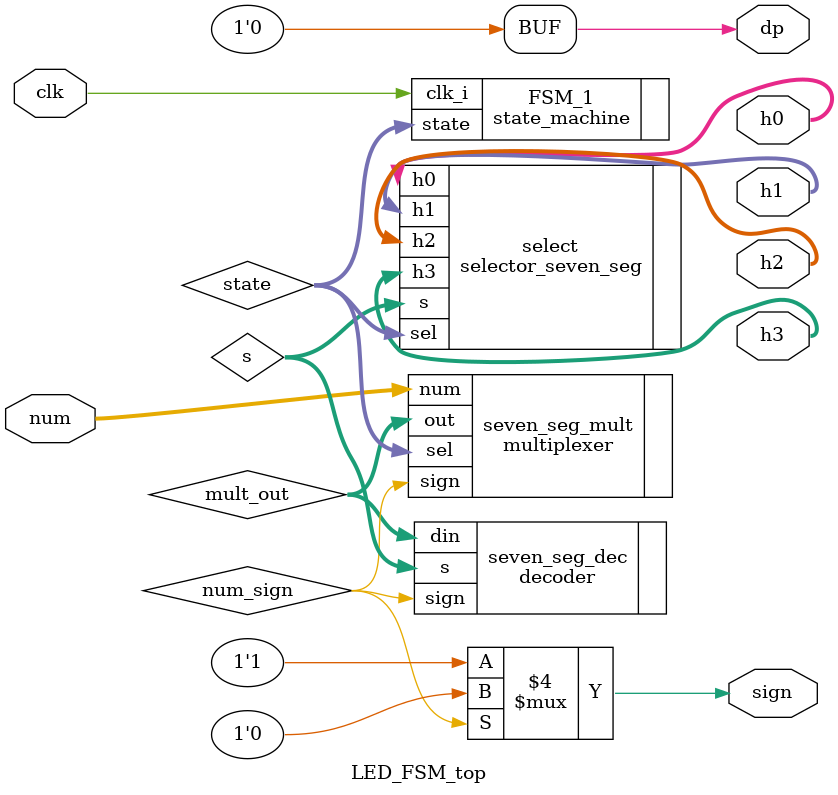
<source format=sv>

module LED_FSM_top( 
	/**************************/
	/* Set inputs and outputs */
	/* to the whole FPGA here */
	/**************************/
	//input logic reset_n, //be sure to set this input to PullUp, or connect the pin to 3.3V
	
	input logic clk,
	
	input logic [12:0] num,
	
	output logic [6:0] h0,

	output logic [6:0] h1,
	
	output logic [6:0] h2,
	
	output logic [6:0] h3,
	
	output logic dp,
	
	output logic sign
	
	
	);
		/*******************************/
		/* Set internal variables here */
		/*******************************/
	
		logic clk_slow;	//used for slowed down, 5 Hz clock
		logic [3:0] mult_out;
		logic [2:0] state;
		logic [6:0] s;
		logic num_sign;
	
		
		always_comb
		begin
		
			if(num_sign == 1)
			begin
				sign = 1'b0;
			end
			else
			begin
				sign = 1'b1;
			end
			
			
			dp = 1'b0;
		end
		
		/***********************/
		/* Define modules here */
		/***********************/
		
		
		multiplexer seven_seg_mult( 

				.num(num),
				.sel(state),
				.sign(num_sign),
				.out(mult_out)

			);
			
		decoder seven_seg_dec(

			.din(mult_out),
			
			.sign(num_sign),
			
			.s(s)
			

		);
		
		selector_seven_seg select(
		
			.s(s),
			
			.sel(state),
		
		   .h0(h0),
			
			.h1(h1),
			
			.h2(h2),
			
			.h3(h3)
		);



		
		state_machine FSM_1(
			.clk_i(clk),
			//.reset_n(reset_n),
			.state(state));
			

endmodule

</source>
